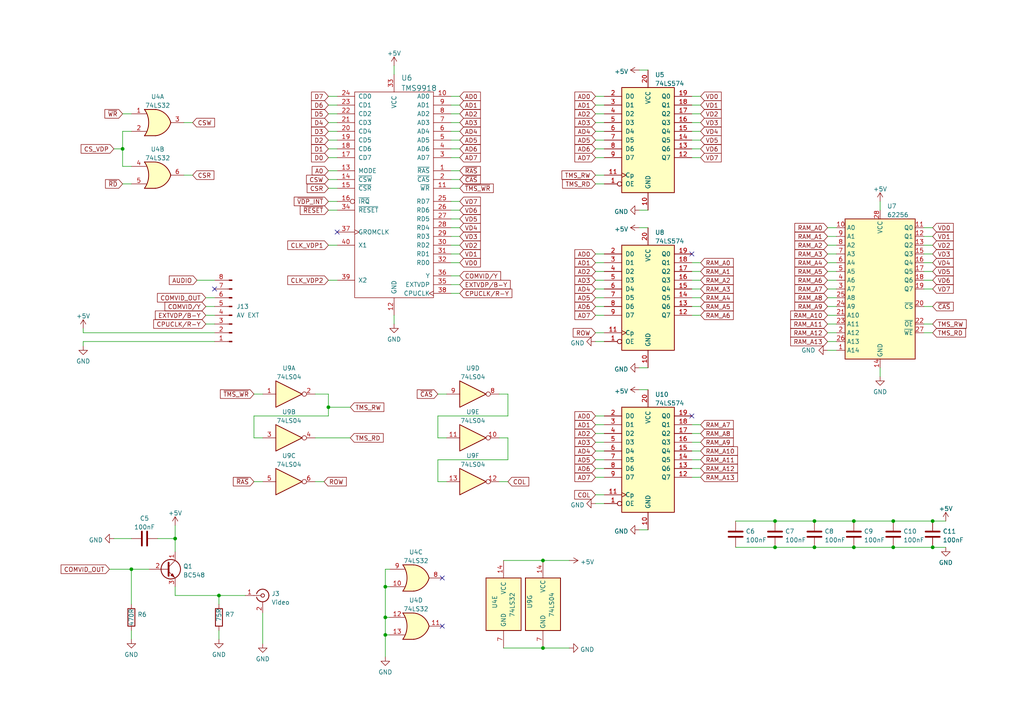
<source format=kicad_sch>
(kicad_sch (version 20250114) (generator "eeschema") (generator_version "9.0")
  (paper "A4")
  (title_block (title "JFF") (date "2025-07-16") (rev "1.1b-TMSHAT") (company "Skoti / herraa1") (comment 1 "Just for Fun - Computer"))
  (lib_symbols
    (symbol "74xx:74LS04"
      (property "Reference" "U" (at 0 1.27 0))
      (property "Value" "74LS04" (at 0 -1.27 0))
      (symbol "74LS04_1_0"
        (pin input line (at -7.62 0 0) (length 3.81) (name "~") (number "1"))
        (pin output inverted (at 7.62 0 180) (length 3.81) (name "~") (number "2"))
      )
      (symbol "74LS04_2_0"
        (pin input line (at -7.62 0 0) (length 3.81) (name "~") (number "3"))
        (pin output inverted (at 7.62 0 180) (length 3.81) (name "~") (number "4"))
      )
      (symbol "74LS04_3_0"
        (pin input line (at -7.62 0 0) (length 3.81) (name "~") (number "5"))
        (pin output inverted (at 7.62 0 180) (length 3.81) (name "~") (number "6"))
      )
      (symbol "74LS04_4_0"
        (pin input line (at -7.62 0 0) (length 3.81) (name "~") (number "9"))
        (pin output inverted (at 7.62 0 180) (length 3.81) (name "~") (number "8"))
      )
      (symbol "74LS04_5_0"
        (pin input line (at -7.62 0 0) (length 3.81) (name "~") (number "11"))
        (pin output inverted (at 7.62 0 180) (length 3.81) (name "~") (number "10"))
      )
      (symbol "74LS04_6_0"
        (pin input line (at -7.62 0 0) (length 3.81) (name "~") (number "13"))
        (pin output inverted (at 7.62 0 180) (length 3.81) (name "~") (number "12"))
      )
      (symbol "74LS04_7_0"
        (pin power_in line (at 0 12.7 270) (length 5.08) (name "VCC") (number "14"))
        (pin power_in line (at 0 -12.7 90) (length 5.08) (name "GND") (number "7"))
      )
    )
    (symbol "74xx:74LS32" (pin_names (offset 1.016))
      (property "Reference" "U" (at 0 1.27 0))
      (property "Value" "74LS32" (at 0 -1.27 0))
      (symbol "74LS32_1_1"
        (pin input line (at -7.62 2.54 0) (length 4.318) (name "~") (number "1"))
        (pin input line (at -7.62 -2.54 0) (length 4.318) (name "~") (number "2"))
        (pin output line (at 7.62 0 180) (length 3.81) (name "~") (number "3"))
      )
      (symbol "74LS32_1_2"
        (pin input inverted (at -7.62 2.54 0) (length 3.81) (name "~") (number "1"))
        (pin input inverted (at -7.62 -2.54 0) (length 3.81) (name "~") (number "2"))
        (pin output inverted (at 7.62 0 180) (length 3.81) (name "~") (number "3"))
      )
      (symbol "74LS32_2_1"
        (pin input line (at -7.62 2.54 0) (length 4.318) (name "~") (number "4"))
        (pin input line (at -7.62 -2.54 0) (length 4.318) (name "~") (number "5"))
        (pin output line (at 7.62 0 180) (length 3.81) (name "~") (number "6"))
      )
      (symbol "74LS32_2_2"
        (pin input inverted (at -7.62 2.54 0) (length 3.81) (name "~") (number "4"))
        (pin input inverted (at -7.62 -2.54 0) (length 3.81) (name "~") (number "5"))
        (pin output inverted (at 7.62 0 180) (length 3.81) (name "~") (number "6"))
      )
      (symbol "74LS32_3_1"
        (pin input line (at -7.62 2.54 0) (length 4.318) (name "~") (number "9"))
        (pin input line (at -7.62 -2.54 0) (length 4.318) (name "~") (number "10"))
        (pin output line (at 7.62 0 180) (length 3.81) (name "~") (number "8"))
      )
      (symbol "74LS32_3_2"
        (pin input inverted (at -7.62 2.54 0) (length 3.81) (name "~") (number "9"))
        (pin input inverted (at -7.62 -2.54 0) (length 3.81) (name "~") (number "10"))
        (pin output inverted (at 7.62 0 180) (length 3.81) (name "~") (number "8"))
      )
      (symbol "74LS32_4_1"
        (pin input line (at -7.62 2.54 0) (length 4.318) (name "~") (number "12"))
        (pin input line (at -7.62 -2.54 0) (length 4.318) (name "~") (number "13"))
        (pin output line (at 7.62 0 180) (length 3.81) (name "~") (number "11"))
      )
      (symbol "74LS32_4_2"
        (pin input inverted (at -7.62 2.54 0) (length 3.81) (name "~") (number "12"))
        (pin input inverted (at -7.62 -2.54 0) (length 3.81) (name "~") (number "13"))
        (pin output inverted (at 7.62 0 180) (length 3.81) (name "~") (number "11"))
      )
      (symbol "74LS32_5_0"
        (pin power_in line (at 0 12.7 270) (length 5.08) (name "VCC") (number "14"))
        (pin power_in line (at 0 -12.7 90) (length 5.08) (name "GND") (number "7"))
      )
    )
    (symbol "74xx:74LS574" (pin_names (offset 1.016))
      (property "Reference" "U" (at -7.62 16.51 0))
      (property "Value" "74LS574" (at -7.62 -16.51 0))
      (symbol "74LS574_1_0"
        (pin input line (at -12.7 12.7 0) (length 5.08) (name "D0") (number "2"))
        (pin input line (at -12.7 10.16 0) (length 5.08) (name "D1") (number "3"))
        (pin input line (at -12.7 7.62 0) (length 5.08) (name "D2") (number "4"))
        (pin input line (at -12.7 5.08 0) (length 5.08) (name "D3") (number "5"))
        (pin input line (at -12.7 2.54 0) (length 5.08) (name "D4") (number "6"))
        (pin input line (at -12.7 0 0) (length 5.08) (name "D5") (number "7"))
        (pin input line (at -12.7 -2.54 0) (length 5.08) (name "D6") (number "8"))
        (pin input line (at -12.7 -5.08 0) (length 5.08) (name "D7") (number "9"))
        (pin input clock (at -12.7 -10.16 0) (length 5.08) (name "Cp") (number "11"))
        (pin input inverted (at -12.7 -12.7 0) (length 5.08) (name "OE") (number "1"))
        (pin power_in line (at 0 20.32 270) (length 5.08) (name "VCC") (number "20"))
        (pin power_in line (at 0 -20.32 90) (length 5.08) (name "GND") (number "10"))
        (pin tri_state line (at 12.7 12.7 180) (length 5.08) (name "Q0") (number "19"))
        (pin tri_state line (at 12.7 10.16 180) (length 5.08) (name "Q1") (number "18"))
        (pin tri_state line (at 12.7 7.62 180) (length 5.08) (name "Q2") (number "17"))
        (pin tri_state line (at 12.7 5.08 180) (length 5.08) (name "Q3") (number "16"))
        (pin tri_state line (at 12.7 2.54 180) (length 5.08) (name "Q4") (number "15"))
        (pin tri_state line (at 12.7 0 180) (length 5.08) (name "Q5") (number "14"))
        (pin tri_state line (at 12.7 -2.54 180) (length 5.08) (name "Q6") (number "13"))
        (pin tri_state line (at 12.7 -5.08 180) (length 5.08) (name "Q7") (number "12"))
      )
    )
    (symbol "Connector:Conn_01x08_Pin" (pin_names (offset 1.016) (hide yes))
      (property "Reference" "J" (at 0 10.16 0))
      (property "Value" "Conn_01x08_Pin" (at 0 -12.7 0))
      (symbol "Conn_01x08_Pin_1_1"
        (pin passive line (at 5.08 7.62 180) (length 3.81) (name "Pin_1") (number "1"))
        (pin passive line (at 5.08 5.08 180) (length 3.81) (name "Pin_2") (number "2"))
        (pin passive line (at 5.08 2.54 180) (length 3.81) (name "Pin_3") (number "3"))
        (pin passive line (at 5.08 0 180) (length 3.81) (name "Pin_4") (number "4"))
        (pin passive line (at 5.08 -2.54 180) (length 3.81) (name "Pin_5") (number "5"))
        (pin passive line (at 5.08 -5.08 180) (length 3.81) (name "Pin_6") (number "6"))
        (pin passive line (at 5.08 -7.62 180) (length 3.81) (name "Pin_7") (number "7"))
        (pin passive line (at 5.08 -10.16 180) (length 3.81) (name "Pin_8") (number "8"))
      )
    )
    (symbol "Connector:Conn_Coaxial" (pin_names (offset 1.016) (hide yes))
      (property "Reference" "J" (at 0.254 3.048 0))
      (property "Value" "Conn_Coaxial" (at 2.921 0 90))
      (symbol "Conn_Coaxial_1_1"
        (pin passive line (at -5.08 0 0) (length 2.54) (name "In") (number "1"))
        (pin passive line (at 0 -5.08 90) (length 2.54) (name "Ext") (number "2"))
      )
    )
    (symbol "Device:C" (pin_numbers (hide yes)) (pin_names (offset 0.254))
      (property "Reference" "C" (at 0.635 2.54 0))
      (property "Value" "C" (at 0.635 -2.54 0))
      (symbol "C_1_1"
        (pin passive line (at 0 3.81 270) (length 2.794) (name "~") (number "1"))
        (pin passive line (at 0 -3.81 90) (length 2.794) (name "~") (number "2"))
      )
    )
    (symbol "Device:R" (pin_numbers (hide yes)) (pin_names (offset 0))
      (property "Reference" "R" (at 2.032 0 90))
      (property "Value" "R" (at 0 0 90))
      (symbol "R_1_1"
        (pin passive line (at 0 3.81 270) (length 1.27) (name "~") (number "1"))
        (pin passive line (at 0 -3.81 90) (length 1.27) (name "~") (number "2"))
      )
    )
    (symbol "Memory_RAM:CY62256-70PC"
      (property "Reference" "U" (at -10.16 20.955 0))
      (property "Value" "CY62256-70PC" (at 2.54 20.955 0))
      (symbol "CY62256-70PC_0_0"
        (pin power_in line (at 0 22.86 270) (length 2.54) (name "VCC") (number "28"))
        (pin power_in line (at 0 -22.86 90) (length 2.54) (name "GND") (number "14"))
      )
      (symbol "CY62256-70PC_1_1"
        (pin input line (at -12.7 17.78 0) (length 2.54) (name "A0") (number "10"))
        (pin input line (at -12.7 15.24 0) (length 2.54) (name "A1") (number "9"))
        (pin input line (at -12.7 12.7 0) (length 2.54) (name "A2") (number "8"))
        (pin input line (at -12.7 10.16 0) (length 2.54) (name "A3") (number "7"))
        (pin input line (at -12.7 7.62 0) (length 2.54) (name "A4") (number "6"))
        (pin input line (at -12.7 5.08 0) (length 2.54) (name "A5") (number "5"))
        (pin input line (at -12.7 2.54 0) (length 2.54) (name "A6") (number "4"))
        (pin input line (at -12.7 0 0) (length 2.54) (name "A7") (number "3"))
        (pin input line (at -12.7 -2.54 0) (length 2.54) (name "A8") (number "25"))
        (pin input line (at -12.7 -5.08 0) (length 2.54) (name "A9") (number "24"))
        (pin input line (at -12.7 -7.62 0) (length 2.54) (name "A10") (number "21"))
        (pin input line (at -12.7 -10.16 0) (length 2.54) (name "A11") (number "23"))
        (pin input line (at -12.7 -12.7 0) (length 2.54) (name "A12") (number "2"))
        (pin input line (at -12.7 -15.24 0) (length 2.54) (name "A13") (number "26"))
        (pin input line (at -12.7 -17.78 0) (length 2.54) (name "A14") (number "1"))
        (pin tri_state line (at 12.7 17.78 180) (length 2.54) (name "Q0") (number "11"))
        (pin tri_state line (at 12.7 15.24 180) (length 2.54) (name "Q1") (number "12"))
        (pin tri_state line (at 12.7 12.7 180) (length 2.54) (name "Q2") (number "13"))
        (pin tri_state line (at 12.7 10.16 180) (length 2.54) (name "Q3") (number "15"))
        (pin tri_state line (at 12.7 7.62 180) (length 2.54) (name "Q4") (number "16"))
        (pin tri_state line (at 12.7 5.08 180) (length 2.54) (name "Q5") (number "17"))
        (pin tri_state line (at 12.7 2.54 180) (length 2.54) (name "Q6") (number "18"))
        (pin tri_state line (at 12.7 0 180) (length 2.54) (name "Q7") (number "19"))
        (pin input line (at 12.7 -5.08 180) (length 2.54) (name "~{CS}") (number "20"))
        (pin input line (at 12.7 -10.16 180) (length 2.54) (name "~{OE}") (number "22"))
        (pin input line (at 12.7 -12.7 180) (length 2.54) (name "~{WE}") (number "27"))
      )
    )
    (symbol "Transistor_BJT:BC548" (pin_names (offset 0) (hide yes))
      (property "Reference" "Q" (at 5.08 1.905 0))
      (property "Value" "BC548" (at 5.08 0 0))
      (symbol "BC548_1_1"
        (pin input line (at -5.08 0 0) (length 5.08) (name "B") (number "2"))
        (pin passive line (at 2.54 5.08 270) (length 2.54) (name "C") (number "1"))
        (pin passive line (at 2.54 -5.08 90) (length 2.54) (name "E") (number "3"))
      )
    )
    (symbol "jff:TMS9918" (pin_names (offset 1.016))
      (property "Reference" "U?" (at -8.89 35.56 0))
      (property "Value" "TMS9918" (at 7.62 35.56 0))
      (symbol "TMS9918_1_1"
        (pin input line (at -16.51 31.75 0) (length 5.08) (name "CD0") (number "24"))
        (pin input line (at -16.51 29.21 0) (length 5.08) (name "CD1") (number "23"))
        (pin input line (at -16.51 26.67 0) (length 5.08) (name "CD2") (number "22"))
        (pin input line (at -16.51 24.13 0) (length 5.08) (name "CD3") (number "21"))
        (pin input line (at -16.51 21.59 0) (length 5.08) (name "CD4") (number "20"))
        (pin input line (at -16.51 19.05 0) (length 5.08) (name "CD5") (number "19"))
        (pin input line (at -16.51 16.51 0) (length 5.08) (name "CD6") (number "18"))
        (pin input line (at -16.51 13.97 0) (length 5.08) (name "CD7") (number "17"))
        (pin input line (at -16.51 10.16 0) (length 5.08) (name "MODE") (number "13"))
        (pin input line (at -16.51 7.62 0) (length 5.08) (name "~{CSW}") (number "14"))
        (pin input line (at -16.51 5.08 0) (length 5.08) (name "~{CSR}") (number "15"))
        (pin output inverted (at -16.51 1.27 0) (length 5.08) (name "~{IRQ}") (number "16"))
        (pin input line (at -16.51 -1.27 0) (length 5.08) (name "~{RESET}") (number "34"))
        (pin output clock (at -16.51 -7.62 0) (length 5.08) (name "GROMCLK") (number "37"))
        (pin input line (at -16.51 -11.43 0) (length 5.08) (name "X1") (number "40"))
        (pin input line (at -16.51 -21.59 0) (length 5.08) (name "X2") (number "39"))
        (pin power_in line (at 0 38.1 270) (length 5.08) (name "VCC") (number "33"))
        (pin power_in line (at 0 -31.75 90) (length 5.08) (name "GND") (number "12"))
        (pin output line (at 16.51 31.75 180) (length 5.08) (name "AD0") (number "10"))
        (pin output line (at 16.51 29.21 180) (length 5.08) (name "AD1") (number "9"))
        (pin output line (at 16.51 26.67 180) (length 5.08) (name "AD2") (number "8"))
        (pin output line (at 16.51 24.13 180) (length 5.08) (name "AD3") (number "7"))
        (pin output line (at 16.51 21.59 180) (length 5.08) (name "AD4") (number "6"))
        (pin output line (at 16.51 19.05 180) (length 5.08) (name "AD5") (number "5"))
        (pin output line (at 16.51 16.51 180) (length 5.08) (name "AD6") (number "4"))
        (pin output line (at 16.51 13.97 180) (length 5.08) (name "AD7") (number "3"))
        (pin output line (at 16.51 10.16 180) (length 5.08) (name "~{RAS}") (number "1"))
        (pin output line (at 16.51 7.62 180) (length 5.08) (name "~{CAS}") (number "2"))
        (pin output line (at 16.51 5.08 180) (length 5.08) (name "~{WR}") (number "11"))
        (pin input line (at 16.51 1.27 180) (length 5.08) (name "RD7") (number "25"))
        (pin input line (at 16.51 -1.27 180) (length 5.08) (name "RD6") (number "26"))
        (pin input line (at 16.51 -3.81 180) (length 5.08) (name "RD5") (number "27"))
        (pin input line (at 16.51 -6.35 180) (length 5.08) (name "RD4") (number "28"))
        (pin input line (at 16.51 -8.89 180) (length 5.08) (name "RD3") (number "29"))
        (pin input line (at 16.51 -11.43 180) (length 5.08) (name "RD2") (number "30"))
        (pin input line (at 16.51 -13.97 180) (length 5.08) (name "RD1") (number "31"))
        (pin input line (at 16.51 -16.51 180) (length 5.08) (name "RD0") (number "32"))
        (pin output line (at 16.51 -20.32 180) (length 5.08) (name "Y") (number "36"))
        (pin input line (at 16.51 -22.86 180) (length 5.08) (name "EXTVDP") (number "35"))
        (pin output clock (at 16.51 -25.4 180) (length 5.08) (name "CPUCLK") (number "38"))
      )
    )
    (symbol "power:+5V" (power) (pin_names (offset 0))
      (property "Value" "+5V" (at 0 3.556 0))
      (symbol "+5V_1_1"
        (pin power_in line (at 0 0 90) (length 0) (hide yes) (name "+5V") (number "1"))
      )
    )
    (symbol "power:GND" (power) (pin_names (offset 0))
      (property "Value" "GND" (at 0 -3.81 0))
      (symbol "GND_1_1"
        (pin power_in line (at 0 0 270) (length 0) (hide yes) (name "GND") (number "1"))
      )
    )
  )
  (junction (at 157.48 162.56))
  (junction (at 95.25 118.11))
  (junction (at 224.79 158.75))
  (junction (at 236.22 151.13))
  (junction (at 270.51 158.75))
  (junction (at 157.48 187.96))
  (junction (at 259.08 151.13))
  (junction (at 224.79 151.13))
  (junction (at 247.65 158.75))
  (junction (at 247.65 151.13))
  (junction (at 111.76 184.15))
  (junction (at 63.5 172.72))
  (junction (at 259.08 158.75))
  (junction (at 270.51 151.13))
  (junction (at 236.22 158.75))
  (junction (at 35.56 43.18))
  (junction (at 111.76 170.18))
  (junction (at 111.76 179.07))
  (junction (at 38.1 165.1))
  (junction (at 50.8 156.21))
  (no_connect (at 97.79 67.31))
  (no_connect (at 62.23 83.82))
  (no_connect (at 128.27 167.64))
  (no_connect (at 128.27 181.61))
  (no_connect (at 200.66 73.66))
  (no_connect (at 200.66 120.65))
  (wire (pts (xy 95.25 71.12) (xy 97.79 71.12)))
  (wire (pts (xy 57.15 81.28) (xy 62.23 81.28)))
  (wire (pts (xy 38.1 165.1) (xy 38.1 175.26)))
  (wire (pts (xy 200.66 91.44) (xy 203.2 91.44)))
  (wire (pts (xy 130.81 40.64) (xy 133.35 40.64)))
  (wire (pts (xy 95.25 118.11) (xy 101.6 118.11)))
  (wire (pts (xy 200.66 83.82) (xy 203.2 83.82)))
  (wire (pts (xy 73.66 120.65) (xy 73.66 127)))
  (wire (pts (xy 267.97 88.9) (xy 270.51 88.9)))
  (wire (pts (xy 114.3 91.44) (xy 114.3 93.98)))
  (wire (pts (xy 224.79 158.75) (xy 236.22 158.75)))
  (wire (pts (xy 127 120.65) (xy 127 127)))
  (wire (pts (xy 130.81 35.56) (xy 133.35 35.56)))
  (wire (pts (xy 200.66 43.18) (xy 203.2 43.18)))
  (wire (pts (xy 130.81 73.66) (xy 133.35 73.66)))
  (wire (pts (xy 247.65 151.13) (xy 259.08 151.13)))
  (wire (pts (xy 130.81 45.72) (xy 133.35 45.72)))
  (wire (pts (xy 147.32 120.65) (xy 127 120.65)))
  (wire (pts (xy 130.81 30.48) (xy 133.35 30.48)))
  (wire (pts (xy 185.42 153.67) (xy 187.96 153.67)))
  (wire (pts (xy 172.72 53.34) (xy 175.26 53.34)))
  (wire (pts (xy 200.66 38.1) (xy 203.2 38.1)))
  (wire (pts (xy 24.13 99.06) (xy 24.13 100.33)))
  (wire (pts (xy 240.03 86.36) (xy 242.57 86.36)))
  (wire (pts (xy 267.97 66.04) (xy 270.51 66.04)))
  (wire (pts (xy 59.69 86.36) (xy 62.23 86.36)))
  (wire (pts (xy 259.08 158.75) (xy 270.51 158.75)))
  (wire (pts (xy 95.25 43.18) (xy 97.79 43.18)))
  (wire (pts (xy 130.81 54.61) (xy 133.35 54.61)))
  (wire (pts (xy 50.8 156.21) (xy 50.8 160.02)))
  (wire (pts (xy 172.72 81.28) (xy 175.26 81.28)))
  (wire (pts (xy 172.72 76.2) (xy 175.26 76.2)))
  (wire (pts (xy 172.72 73.66) (xy 175.26 73.66)))
  (wire (pts (xy 91.44 139.7) (xy 93.98 139.7)))
  (wire (pts (xy 240.03 66.04) (xy 242.57 66.04)))
  (wire (pts (xy 53.34 50.8) (xy 55.88 50.8)))
  (wire (pts (xy 127 114.3) (xy 129.54 114.3)))
  (wire (pts (xy 133.35 80.01) (xy 130.81 80.01)))
  (wire (pts (xy 33.02 156.21) (xy 38.1 156.21)))
  (wire (pts (xy 200.66 125.73) (xy 203.2 125.73)))
  (wire (pts (xy 114.3 19.05) (xy 114.3 21.59)))
  (wire (pts (xy 240.03 96.52) (xy 242.57 96.52)))
  (wire (pts (xy 172.72 27.94) (xy 175.26 27.94)))
  (wire (pts (xy 240.03 83.82) (xy 242.57 83.82)))
  (wire (pts (xy 130.81 60.96) (xy 133.35 60.96)))
  (wire (pts (xy 172.72 146.05) (xy 175.26 146.05)))
  (wire (pts (xy 45.72 156.21) (xy 50.8 156.21)))
  (wire (pts (xy 130.81 43.18) (xy 133.35 43.18)))
  (wire (pts (xy 240.03 81.28) (xy 242.57 81.28)))
  (wire (pts (xy 95.25 81.28) (xy 97.79 81.28)))
  (wire (pts (xy 95.25 118.11) (xy 95.25 120.65)))
  (wire (pts (xy 224.79 151.13) (xy 236.22 151.13)))
  (wire (pts (xy 76.2 177.8) (xy 76.2 186.69)))
  (wire (pts (xy 172.72 38.1) (xy 175.26 38.1)))
  (wire (pts (xy 240.03 73.66) (xy 242.57 73.66)))
  (wire (pts (xy 172.72 143.51) (xy 175.26 143.51)))
  (wire (pts (xy 172.72 128.27) (xy 175.26 128.27)))
  (wire (pts (xy 172.72 88.9) (xy 175.26 88.9)))
  (wire (pts (xy 267.97 81.28) (xy 270.51 81.28)))
  (wire (pts (xy 200.66 88.9) (xy 203.2 88.9)))
  (wire (pts (xy 95.25 33.02) (xy 97.79 33.02)))
  (wire (pts (xy 95.25 49.53) (xy 97.79 49.53)))
  (wire (pts (xy 240.03 71.12) (xy 242.57 71.12)))
  (wire (pts (xy 111.76 170.18) (xy 111.76 179.07)))
  (wire (pts (xy 130.81 63.5) (xy 133.35 63.5)))
  (wire (pts (xy 95.25 27.94) (xy 97.79 27.94)))
  (wire (pts (xy 130.81 71.12) (xy 133.35 71.12)))
  (wire (pts (xy 146.05 162.56) (xy 157.48 162.56)))
  (wire (pts (xy 31.75 165.1) (xy 38.1 165.1)))
  (wire (pts (xy 130.81 76.2) (xy 133.35 76.2)))
  (wire (pts (xy 267.97 78.74) (xy 270.51 78.74)))
  (wire (pts (xy 111.76 179.07) (xy 113.03 179.07)))
  (wire (pts (xy 50.8 172.72) (xy 63.5 172.72)))
  (wire (pts (xy 38.1 38.1) (xy 35.56 38.1)))
  (wire (pts (xy 95.25 58.42) (xy 97.79 58.42)))
  (wire (pts (xy 259.08 151.13) (xy 270.51 151.13)))
  (wire (pts (xy 185.42 60.96) (xy 187.96 60.96)))
  (wire (pts (xy 35.56 53.34) (xy 38.1 53.34)))
  (wire (pts (xy 240.03 88.9) (xy 242.57 88.9)))
  (wire (pts (xy 172.72 45.72) (xy 175.26 45.72)))
  (wire (pts (xy 172.72 35.56) (xy 175.26 35.56)))
  (wire (pts (xy 172.72 83.82) (xy 175.26 83.82)))
  (wire (pts (xy 63.5 172.72) (xy 71.12 172.72)))
  (wire (pts (xy 157.48 187.96) (xy 165.1 187.96)))
  (wire (pts (xy 147.32 127) (xy 147.32 133.35)))
  (wire (pts (xy 133.35 85.09) (xy 130.81 85.09)))
  (wire (pts (xy 185.42 106.68) (xy 187.96 106.68)))
  (wire (pts (xy 240.03 101.6) (xy 242.57 101.6)))
  (wire (pts (xy 200.66 78.74) (xy 203.2 78.74)))
  (wire (pts (xy 200.66 123.19) (xy 203.2 123.19)))
  (wire (pts (xy 255.27 58.42) (xy 255.27 60.96)))
  (wire (pts (xy 267.97 76.2) (xy 270.51 76.2)))
  (wire (pts (xy 91.44 114.3) (xy 95.25 114.3)))
  (wire (pts (xy 113.03 165.1) (xy 111.76 165.1)))
  (wire (pts (xy 172.72 135.89) (xy 175.26 135.89)))
  (wire (pts (xy 172.72 86.36) (xy 175.26 86.36)))
  (wire (pts (xy 255.27 106.68) (xy 255.27 109.22)))
  (wire (pts (xy 147.32 133.35) (xy 127 133.35)))
  (wire (pts (xy 200.66 86.36) (xy 203.2 86.36)))
  (wire (pts (xy 213.36 151.13) (xy 224.79 151.13)))
  (wire (pts (xy 200.66 27.94) (xy 203.2 27.94)))
  (wire (pts (xy 213.36 158.75) (xy 224.79 158.75)))
  (wire (pts (xy 127 133.35) (xy 127 139.7)))
  (wire (pts (xy 185.42 66.04) (xy 187.96 66.04)))
  (wire (pts (xy 33.02 43.18) (xy 35.56 43.18)))
  (wire (pts (xy 247.65 158.75) (xy 259.08 158.75)))
  (wire (pts (xy 240.03 93.98) (xy 242.57 93.98)))
  (wire (pts (xy 236.22 158.75) (xy 247.65 158.75)))
  (wire (pts (xy 200.66 81.28) (xy 203.2 81.28)))
  (wire (pts (xy 59.69 88.9) (xy 62.23 88.9)))
  (wire (pts (xy 267.97 68.58) (xy 270.51 68.58)))
  (wire (pts (xy 144.78 127) (xy 147.32 127)))
  (wire (pts (xy 172.72 99.06) (xy 175.26 99.06)))
  (wire (pts (xy 200.66 30.48) (xy 203.2 30.48)))
  (wire (pts (xy 130.81 33.02) (xy 133.35 33.02)))
  (wire (pts (xy 172.72 120.65) (xy 175.26 120.65)))
  (wire (pts (xy 200.66 128.27) (xy 203.2 128.27)))
  (wire (pts (xy 73.66 127) (xy 76.2 127)))
  (wire (pts (xy 95.25 35.56) (xy 97.79 35.56)))
  (wire (pts (xy 185.42 113.03) (xy 187.96 113.03)))
  (wire (pts (xy 38.1 165.1) (xy 43.18 165.1)))
  (wire (pts (xy 35.56 38.1) (xy 35.56 43.18)))
  (wire (pts (xy 144.78 114.3) (xy 147.32 114.3)))
  (wire (pts (xy 240.03 76.2) (xy 242.57 76.2)))
  (wire (pts (xy 270.51 151.13) (xy 274.32 151.13)))
  (wire (pts (xy 144.78 139.7) (xy 147.32 139.7)))
  (wire (pts (xy 50.8 152.4) (xy 50.8 156.21)))
  (wire (pts (xy 50.8 170.18) (xy 50.8 172.72)))
  (wire (pts (xy 130.81 52.07) (xy 133.35 52.07)))
  (wire (pts (xy 200.66 133.35) (xy 203.2 133.35)))
  (wire (pts (xy 111.76 170.18) (xy 113.03 170.18)))
  (wire (pts (xy 172.72 40.64) (xy 175.26 40.64)))
  (wire (pts (xy 130.81 68.58) (xy 133.35 68.58)))
  (wire (pts (xy 111.76 184.15) (xy 113.03 184.15)))
  (wire (pts (xy 200.66 138.43) (xy 203.2 138.43)))
  (wire (pts (xy 185.42 20.32) (xy 187.96 20.32)))
  (wire (pts (xy 200.66 130.81) (xy 203.2 130.81)))
  (wire (pts (xy 95.25 38.1) (xy 97.79 38.1)))
  (wire (pts (xy 200.66 45.72) (xy 203.2 45.72)))
  (wire (pts (xy 200.66 33.02) (xy 203.2 33.02)))
  (wire (pts (xy 130.81 58.42) (xy 133.35 58.42)))
  (wire (pts (xy 127 127) (xy 129.54 127)))
  (wire (pts (xy 130.81 27.94) (xy 133.35 27.94)))
  (wire (pts (xy 172.72 123.19) (xy 175.26 123.19)))
  (wire (pts (xy 270.51 158.75) (xy 274.32 158.75)))
  (wire (pts (xy 63.5 172.72) (xy 63.5 175.26)))
  (wire (pts (xy 172.72 43.18) (xy 175.26 43.18)))
  (wire (pts (xy 24.13 96.52) (xy 24.13 95.25)))
  (wire (pts (xy 130.81 38.1) (xy 133.35 38.1)))
  (wire (pts (xy 35.56 48.26) (xy 38.1 48.26)))
  (wire (pts (xy 59.69 93.98) (xy 62.23 93.98)))
  (wire (pts (xy 172.72 91.44) (xy 175.26 91.44)))
  (wire (pts (xy 95.25 45.72) (xy 97.79 45.72)))
  (wire (pts (xy 236.22 151.13) (xy 247.65 151.13)))
  (wire (pts (xy 267.97 96.52) (xy 270.51 96.52)))
  (wire (pts (xy 59.69 91.44) (xy 62.23 91.44)))
  (wire (pts (xy 91.44 127) (xy 101.6 127)))
  (wire (pts (xy 172.72 30.48) (xy 175.26 30.48)))
  (wire (pts (xy 63.5 182.88) (xy 63.5 185.42)))
  (wire (pts (xy 73.66 139.7) (xy 76.2 139.7)))
  (wire (pts (xy 95.25 54.61) (xy 97.79 54.61)))
  (wire (pts (xy 24.13 96.52) (xy 62.23 96.52)))
  (wire (pts (xy 24.13 99.06) (xy 62.23 99.06)))
  (wire (pts (xy 133.35 82.55) (xy 130.81 82.55)))
  (wire (pts (xy 240.03 99.06) (xy 242.57 99.06)))
  (wire (pts (xy 200.66 40.64) (xy 203.2 40.64)))
  (wire (pts (xy 157.48 162.56) (xy 165.1 162.56)))
  (wire (pts (xy 95.25 114.3) (xy 95.25 118.11)))
  (wire (pts (xy 38.1 182.88) (xy 38.1 185.42)))
  (wire (pts (xy 200.66 135.89) (xy 203.2 135.89)))
  (wire (pts (xy 267.97 71.12) (xy 270.51 71.12)))
  (wire (pts (xy 172.72 125.73) (xy 175.26 125.73)))
  (wire (pts (xy 73.66 114.3) (xy 76.2 114.3)))
  (wire (pts (xy 35.56 33.02) (xy 38.1 33.02)))
  (wire (pts (xy 240.03 78.74) (xy 242.57 78.74)))
  (wire (pts (xy 95.25 60.96) (xy 97.79 60.96)))
  (wire (pts (xy 95.25 120.65) (xy 73.66 120.65)))
  (wire (pts (xy 130.81 49.53) (xy 133.35 49.53)))
  (wire (pts (xy 200.66 76.2) (xy 203.2 76.2)))
  (wire (pts (xy 172.72 50.8) (xy 175.26 50.8)))
  (wire (pts (xy 267.97 93.98) (xy 270.51 93.98)))
  (wire (pts (xy 35.56 43.18) (xy 35.56 48.26)))
  (wire (pts (xy 172.72 96.52) (xy 175.26 96.52)))
  (wire (pts (xy 95.25 30.48) (xy 97.79 30.48)))
  (wire (pts (xy 111.76 165.1) (xy 111.76 170.18)))
  (wire (pts (xy 127 139.7) (xy 129.54 139.7)))
  (wire (pts (xy 172.72 130.81) (xy 175.26 130.81)))
  (wire (pts (xy 147.32 114.3) (xy 147.32 120.65)))
  (wire (pts (xy 130.81 66.04) (xy 133.35 66.04)))
  (wire (pts (xy 172.72 138.43) (xy 175.26 138.43)))
  (wire (pts (xy 53.34 35.56) (xy 55.88 35.56)))
  (wire (pts (xy 267.97 73.66) (xy 270.51 73.66)))
  (wire (pts (xy 146.05 187.96) (xy 157.48 187.96)))
  (wire (pts (xy 95.25 52.07) (xy 97.79 52.07)))
  (wire (pts (xy 200.66 35.56) (xy 203.2 35.56)))
  (wire (pts (xy 172.72 133.35) (xy 175.26 133.35)))
  (wire (pts (xy 95.25 40.64) (xy 97.79 40.64)))
  (wire (pts (xy 111.76 184.15) (xy 111.76 190.5)))
  (wire (pts (xy 172.72 78.74) (xy 175.26 78.74)))
  (wire (pts (xy 240.03 68.58) (xy 242.57 68.58)))
  (wire (pts (xy 172.72 33.02) (xy 175.26 33.02)))
  (wire (pts (xy 240.03 91.44) (xy 242.57 91.44)))
  (wire (pts (xy 111.76 179.07) (xy 111.76 184.15)))
  (wire (pts (xy 267.97 83.82) (xy 270.51 83.82)))
  (global_label "EXTVDP{slash}B-Y" (shape input) (at 133.35 82.55 0) (property "Intersheetrefs" "${INTERSHEET_REFS}" (effects (hide yes))))
  (global_label "RAM_A13" (shape input) (at 240.03 99.06 180) (property "Intersheetrefs" "${INTERSHEET_REFS}" (effects (hide yes))))
  (global_label "AD7" (shape input) (at 172.72 91.44 180) (property "Intersheetrefs" "${INTERSHEET_REFS}" (effects (hide yes))))
  (global_label "COMVID{slash}Y" (shape input) (at 133.35 80.01 0) (property "Intersheetrefs" "${INTERSHEET_REFS}" (effects (hide yes))))
  (global_label "RAM_A4" (shape input) (at 240.03 76.2 180) (property "Intersheetrefs" "${INTERSHEET_REFS}" (effects (hide yes))))
  (global_label "AD1" (shape input) (at 172.72 123.19 180) (property "Intersheetrefs" "${INTERSHEET_REFS}" (effects (hide yes))))
  (global_label "AD3" (shape input) (at 172.72 35.56 180) (property "Intersheetrefs" "${INTERSHEET_REFS}" (effects (hide yes))))
  (global_label "RAM_A6" (shape input) (at 203.2 91.44 0) (property "Intersheetrefs" "${INTERSHEET_REFS}" (effects (hide yes))))
  (global_label "VD4" (shape input) (at 133.35 66.04 0) (property "Intersheetrefs" "${INTERSHEET_REFS}" (effects (hide yes))))
  (global_label "AD6" (shape input) (at 133.35 43.18 0) (property "Intersheetrefs" "${INTERSHEET_REFS}" (effects (hide yes))))
  (global_label "TMS_RD" (shape input) (at 270.51 96.52 0) (property "Intersheetrefs" "${INTERSHEET_REFS}" (effects (hide yes))))
  (global_label "COL" (shape input) (at 147.32 139.7 0) (property "Intersheetrefs" "${INTERSHEET_REFS}" (effects (hide yes))))
  (global_label "AD0" (shape input) (at 172.72 120.65 180) (property "Intersheetrefs" "${INTERSHEET_REFS}" (effects (hide yes))))
  (global_label "RAM_A1" (shape input) (at 203.2 78.74 0) (property "Intersheetrefs" "${INTERSHEET_REFS}" (effects (hide yes))))
  (global_label "COL" (shape input) (at 172.72 143.51 180) (property "Intersheetrefs" "${INTERSHEET_REFS}" (effects (hide yes))))
  (global_label "D1" (shape input) (at 95.25 43.18 180) (property "Intersheetrefs" "${INTERSHEET_REFS}" (effects (hide yes))))
  (global_label "CLK_VDP2" (shape input) (at 95.25 81.28 180) (property "Intersheetrefs" "${INTERSHEET_REFS}" (effects (hide yes))))
  (global_label "RAM_A12" (shape input) (at 240.03 96.52 180) (property "Intersheetrefs" "${INTERSHEET_REFS}" (effects (hide yes))))
  (global_label "CS_VDP" (shape input) (at 33.02 43.18 180) (property "Intersheetrefs" "${INTERSHEET_REFS}" (effects (hide yes))))
  (global_label "AD1" (shape input) (at 172.72 30.48 180) (property "Intersheetrefs" "${INTERSHEET_REFS}" (effects (hide yes))))
  (global_label "~{WR}" (shape input) (at 35.56 33.02 180) (property "Intersheetrefs" "${INTERSHEET_REFS}" (effects (hide yes))))
  (global_label "RAM_A13" (shape input) (at 203.2 138.43 0) (property "Intersheetrefs" "${INTERSHEET_REFS}" (effects (hide yes))))
  (global_label "VD7" (shape input) (at 133.35 58.42 0) (property "Intersheetrefs" "${INTERSHEET_REFS}" (effects (hide yes))))
  (global_label "VD4" (shape input) (at 203.2 38.1 0) (property "Intersheetrefs" "${INTERSHEET_REFS}" (effects (hide yes))))
  (global_label "D6" (shape input) (at 95.25 30.48 180) (property "Intersheetrefs" "${INTERSHEET_REFS}" (effects (hide yes))))
  (global_label "AD0" (shape input) (at 172.72 73.66 180) (property "Intersheetrefs" "${INTERSHEET_REFS}" (effects (hide yes))))
  (global_label "VD3" (shape input) (at 203.2 35.56 0) (property "Intersheetrefs" "${INTERSHEET_REFS}" (effects (hide yes))))
  (global_label "AD4" (shape input) (at 172.72 38.1 180) (property "Intersheetrefs" "${INTERSHEET_REFS}" (effects (hide yes))))
  (global_label "~{TMS_WR}" (shape input) (at 133.35 54.61 0) (property "Intersheetrefs" "${INTERSHEET_REFS}" (effects (hide yes))))
  (global_label "D0" (shape input) (at 95.25 45.72 180) (property "Intersheetrefs" "${INTERSHEET_REFS}" (effects (hide yes))))
  (global_label "COMVID_OUT" (shape input) (at 59.69 86.36 180) (property "Intersheetrefs" "${INTERSHEET_REFS}" (effects (hide yes))))
  (global_label "VD0" (shape input) (at 203.2 27.94 0) (property "Intersheetrefs" "${INTERSHEET_REFS}" (effects (hide yes))))
  (global_label "AD1" (shape input) (at 172.72 76.2 180) (property "Intersheetrefs" "${INTERSHEET_REFS}" (effects (hide yes))))
  (global_label "AD0" (shape input) (at 172.72 27.94 180) (property "Intersheetrefs" "${INTERSHEET_REFS}" (effects (hide yes))))
  (global_label "RAM_A1" (shape input) (at 240.03 68.58 180) (property "Intersheetrefs" "${INTERSHEET_REFS}" (effects (hide yes))))
  (global_label "VD5" (shape input) (at 133.35 63.5 0) (property "Intersheetrefs" "${INTERSHEET_REFS}" (effects (hide yes))))
  (global_label "AD3" (shape input) (at 172.72 128.27 180) (property "Intersheetrefs" "${INTERSHEET_REFS}" (effects (hide yes))))
  (global_label "CSR" (shape input) (at 95.25 54.61 180) (property "Intersheetrefs" "${INTERSHEET_REFS}" (effects (hide yes))))
  (global_label "RAM_A5" (shape input) (at 203.2 88.9 0) (property "Intersheetrefs" "${INTERSHEET_REFS}" (effects (hide yes))))
  (global_label "RAM_A3" (shape input) (at 240.03 73.66 180) (property "Intersheetrefs" "${INTERSHEET_REFS}" (effects (hide yes))))
  (global_label "RAM_A12" (shape input) (at 203.2 135.89 0) (property "Intersheetrefs" "${INTERSHEET_REFS}" (effects (hide yes))))
  (global_label "RAM_A9" (shape input) (at 203.2 128.27 0) (property "Intersheetrefs" "${INTERSHEET_REFS}" (effects (hide yes))))
  (global_label "~{RESET}" (shape input) (at 95.25 60.96 180) (property "Intersheetrefs" "${INTERSHEET_REFS}" (effects (hide yes))))
  (global_label "COMVID{slash}Y" (shape input) (at 59.69 88.9 180) (property "Intersheetrefs" "${INTERSHEET_REFS}" (effects (hide yes))))
  (global_label "TMS_RW" (shape input) (at 172.72 50.8 180) (property "Intersheetrefs" "${INTERSHEET_REFS}" (effects (hide yes))))
  (global_label "COMVID_OUT" (shape input) (at 31.75 165.1 180) (property "Intersheetrefs" "${INTERSHEET_REFS}" (effects (hide yes))))
  (global_label "AD3" (shape input) (at 172.72 81.28 180) (property "Intersheetrefs" "${INTERSHEET_REFS}" (effects (hide yes))))
  (global_label "TMS_RD" (shape input) (at 101.6 127 0) (property "Intersheetrefs" "${INTERSHEET_REFS}" (effects (hide yes))))
  (global_label "AD2" (shape input) (at 172.72 78.74 180) (property "Intersheetrefs" "${INTERSHEET_REFS}" (effects (hide yes))))
  (global_label "RAM_A10" (shape input) (at 203.2 130.81 0) (property "Intersheetrefs" "${INTERSHEET_REFS}" (effects (hide yes))))
  (global_label "TMS_RD" (shape input) (at 172.72 53.34 180) (property "Intersheetrefs" "${INTERSHEET_REFS}" (effects (hide yes))))
  (global_label "VD1" (shape input) (at 270.51 68.58 0) (property "Intersheetrefs" "${INTERSHEET_REFS}" (effects (hide yes))))
  (global_label "RAM_A11" (shape input) (at 203.2 133.35 0) (property "Intersheetrefs" "${INTERSHEET_REFS}" (effects (hide yes))))
  (global_label "CSR" (shape input) (at 55.88 50.8 0) (property "Intersheetrefs" "${INTERSHEET_REFS}" (effects (hide yes))))
  (global_label "CPUCLK{slash}R-Y" (shape input) (at 133.35 85.09 0) (property "Intersheetrefs" "${INTERSHEET_REFS}" (effects (hide yes))))
  (global_label "AD7" (shape input) (at 133.35 45.72 0) (property "Intersheetrefs" "${INTERSHEET_REFS}" (effects (hide yes))))
  (global_label "TMS_RW" (shape input) (at 101.6 118.11 0) (property "Intersheetrefs" "${INTERSHEET_REFS}" (effects (hide yes))))
  (global_label "VD3" (shape input) (at 270.51 73.66 0) (property "Intersheetrefs" "${INTERSHEET_REFS}" (effects (hide yes))))
  (global_label "VD7" (shape input) (at 203.2 45.72 0) (property "Intersheetrefs" "${INTERSHEET_REFS}" (effects (hide yes))))
  (global_label "D4" (shape input) (at 95.25 35.56 180) (property "Intersheetrefs" "${INTERSHEET_REFS}" (effects (hide yes))))
  (global_label "~{RAS}" (shape input) (at 73.66 139.7 180) (property "Intersheetrefs" "${INTERSHEET_REFS}" (effects (hide yes))))
  (global_label "~{TMS_WR}" (shape input) (at 73.66 114.3 180) (property "Intersheetrefs" "${INTERSHEET_REFS}" (effects (hide yes))))
  (global_label "~{VDP_INT}" (shape input) (at 95.25 58.42 180) (property "Intersheetrefs" "${INTERSHEET_REFS}" (effects (hide yes))))
  (global_label "AD5" (shape input) (at 172.72 86.36 180) (property "Intersheetrefs" "${INTERSHEET_REFS}" (effects (hide yes))))
  (global_label "AD6" (shape input) (at 172.72 43.18 180) (property "Intersheetrefs" "${INTERSHEET_REFS}" (effects (hide yes))))
  (global_label "VD5" (shape input) (at 270.51 78.74 0) (property "Intersheetrefs" "${INTERSHEET_REFS}" (effects (hide yes))))
  (global_label "ROW" (shape input) (at 93.98 139.7 0) (property "Intersheetrefs" "${INTERSHEET_REFS}" (effects (hide yes))))
  (global_label "AD6" (shape input) (at 172.72 88.9 180) (property "Intersheetrefs" "${INTERSHEET_REFS}" (effects (hide yes))))
  (global_label "VD6" (shape input) (at 270.51 81.28 0) (property "Intersheetrefs" "${INTERSHEET_REFS}" (effects (hide yes))))
  (global_label "D2" (shape input) (at 95.25 40.64 180) (property "Intersheetrefs" "${INTERSHEET_REFS}" (effects (hide yes))))
  (global_label "AD5" (shape input) (at 172.72 133.35 180) (property "Intersheetrefs" "${INTERSHEET_REFS}" (effects (hide yes))))
  (global_label "RAM_A7" (shape input) (at 203.2 123.19 0) (property "Intersheetrefs" "${INTERSHEET_REFS}" (effects (hide yes))))
  (global_label "D5" (shape input) (at 95.25 33.02 180) (property "Intersheetrefs" "${INTERSHEET_REFS}" (effects (hide yes))))
  (global_label "CSW" (shape input) (at 95.25 52.07 180) (property "Intersheetrefs" "${INTERSHEET_REFS}" (effects (hide yes))))
  (global_label "RAM_A2" (shape input) (at 240.03 71.12 180) (property "Intersheetrefs" "${INTERSHEET_REFS}" (effects (hide yes))))
  (global_label "AUDIO" (shape input) (at 57.15 81.28 180) (property "Intersheetrefs" "${INTERSHEET_REFS}" (effects (hide yes))))
  (global_label "VD6" (shape input) (at 133.35 60.96 0) (property "Intersheetrefs" "${INTERSHEET_REFS}" (effects (hide yes))))
  (global_label "AD0" (shape input) (at 133.35 27.94 0) (property "Intersheetrefs" "${INTERSHEET_REFS}" (effects (hide yes))))
  (global_label "RAM_A8" (shape input) (at 203.2 125.73 0) (property "Intersheetrefs" "${INTERSHEET_REFS}" (effects (hide yes))))
  (global_label "VD1" (shape input) (at 203.2 30.48 0) (property "Intersheetrefs" "${INTERSHEET_REFS}" (effects (hide yes))))
  (global_label "A0" (shape input) (at 95.25 49.53 180) (property "Intersheetrefs" "${INTERSHEET_REFS}" (effects (hide yes))))
  (global_label "RAM_A3" (shape input) (at 203.2 83.82 0) (property "Intersheetrefs" "${INTERSHEET_REFS}" (effects (hide yes))))
  (global_label "VD6" (shape input) (at 203.2 43.18 0) (property "Intersheetrefs" "${INTERSHEET_REFS}" (effects (hide yes))))
  (global_label "~{CAS}" (shape input) (at 270.51 88.9 0) (property "Intersheetrefs" "${INTERSHEET_REFS}" (effects (hide yes))))
  (global_label "VD0" (shape input) (at 270.51 66.04 0) (property "Intersheetrefs" "${INTERSHEET_REFS}" (effects (hide yes))))
  (global_label "AD3" (shape input) (at 133.35 35.56 0) (property "Intersheetrefs" "${INTERSHEET_REFS}" (effects (hide yes))))
  (global_label "CPUCLK{slash}R-Y" (shape input) (at 59.69 93.98 180) (property "Intersheetrefs" "${INTERSHEET_REFS}" (effects (hide yes))))
  (global_label "RAM_A6" (shape input) (at 240.03 81.28 180) (property "Intersheetrefs" "${INTERSHEET_REFS}" (effects (hide yes))))
  (global_label "RAM_A0" (shape input) (at 203.2 76.2 0) (property "Intersheetrefs" "${INTERSHEET_REFS}" (effects (hide yes))))
  (global_label "AD4" (shape input) (at 172.72 83.82 180) (property "Intersheetrefs" "${INTERSHEET_REFS}" (effects (hide yes))))
  (global_label "VD2" (shape input) (at 133.35 71.12 0) (property "Intersheetrefs" "${INTERSHEET_REFS}" (effects (hide yes))))
  (global_label "VD0" (shape input) (at 133.35 76.2 0) (property "Intersheetrefs" "${INTERSHEET_REFS}" (effects (hide yes))))
  (global_label "AD7" (shape input) (at 172.72 138.43 180) (property "Intersheetrefs" "${INTERSHEET_REFS}" (effects (hide yes))))
  (global_label "EXTVDP{slash}B-Y" (shape input) (at 59.69 91.44 180) (property "Intersheetrefs" "${INTERSHEET_REFS}" (effects (hide yes))))
  (global_label "AD1" (shape input) (at 133.35 30.48 0) (property "Intersheetrefs" "${INTERSHEET_REFS}" (effects (hide yes))))
  (global_label "VD1" (shape input) (at 133.35 73.66 0) (property "Intersheetrefs" "${INTERSHEET_REFS}" (effects (hide yes))))
  (global_label "VD3" (shape input) (at 133.35 68.58 0) (property "Intersheetrefs" "${INTERSHEET_REFS}" (effects (hide yes))))
  (global_label "~{CAS}" (shape input) (at 127 114.3 180) (property "Intersheetrefs" "${INTERSHEET_REFS}" (effects (hide yes))))
  (global_label "RAM_A10" (shape input) (at 240.03 91.44 180) (property "Intersheetrefs" "${INTERSHEET_REFS}" (effects (hide yes))))
  (global_label "AD4" (shape input) (at 133.35 38.1 0) (property "Intersheetrefs" "${INTERSHEET_REFS}" (effects (hide yes))))
  (global_label "RAM_A2" (shape input) (at 203.2 81.28 0) (property "Intersheetrefs" "${INTERSHEET_REFS}" (effects (hide yes))))
  (global_label "AD5" (shape input) (at 172.72 40.64 180) (property "Intersheetrefs" "${INTERSHEET_REFS}" (effects (hide yes))))
  (global_label "AD2" (shape input) (at 172.72 33.02 180) (property "Intersheetrefs" "${INTERSHEET_REFS}" (effects (hide yes))))
  (global_label "VD2" (shape input) (at 270.51 71.12 0) (property "Intersheetrefs" "${INTERSHEET_REFS}" (effects (hide yes))))
  (global_label "AD2" (shape input) (at 133.35 33.02 0) (property "Intersheetrefs" "${INTERSHEET_REFS}" (effects (hide yes))))
  (global_label "RAM_A8" (shape input) (at 240.03 86.36 180) (property "Intersheetrefs" "${INTERSHEET_REFS}" (effects (hide yes))))
  (global_label "TMS_RW" (shape input) (at 270.51 93.98 0) (property "Intersheetrefs" "${INTERSHEET_REFS}" (effects (hide yes))))
  (global_label "VD4" (shape input) (at 270.51 76.2 0) (property "Intersheetrefs" "${INTERSHEET_REFS}" (effects (hide yes))))
  (global_label "~{RD}" (shape input) (at 35.56 53.34 180) (property "Intersheetrefs" "${INTERSHEET_REFS}" (effects (hide yes))))
  (global_label "AD2" (shape input) (at 172.72 125.73 180) (property "Intersheetrefs" "${INTERSHEET_REFS}" (effects (hide yes))))
  (global_label "VD5" (shape input) (at 203.2 40.64 0) (property "Intersheetrefs" "${INTERSHEET_REFS}" (effects (hide yes))))
  (global_label "AD7" (shape input) (at 172.72 45.72 180) (property "Intersheetrefs" "${INTERSHEET_REFS}" (effects (hide yes))))
  (global_label "~{RAS}" (shape input) (at 133.35 49.53 0) (property "Intersheetrefs" "${INTERSHEET_REFS}" (effects (hide yes))))
  (global_label "CLK_VDP1" (shape input) (at 95.25 71.12 180) (property "Intersheetrefs" "${INTERSHEET_REFS}" (effects (hide yes))))
  (global_label "CSW" (shape input) (at 55.88 35.56 0) (property "Intersheetrefs" "${INTERSHEET_REFS}" (effects (hide yes))))
  (global_label "RAM_A4" (shape input) (at 203.2 86.36 0) (property "Intersheetrefs" "${INTERSHEET_REFS}" (effects (hide yes))))
  (global_label "AD4" (shape input) (at 172.72 130.81 180) (property "Intersheetrefs" "${INTERSHEET_REFS}" (effects (hide yes))))
  (global_label "~{CAS}" (shape input) (at 133.35 52.07 0) (property "Intersheetrefs" "${INTERSHEET_REFS}" (effects (hide yes))))
  (global_label "VD2" (shape input) (at 203.2 33.02 0) (property "Intersheetrefs" "${INTERSHEET_REFS}" (effects (hide yes))))
  (global_label "RAM_A0" (shape input) (at 240.03 66.04 180) (property "Intersheetrefs" "${INTERSHEET_REFS}" (effects (hide yes))))
  (global_label "RAM_A5" (shape input) (at 240.03 78.74 180) (property "Intersheetrefs" "${INTERSHEET_REFS}" (effects (hide yes))))
  (global_label "VD7" (shape input) (at 270.51 83.82 0) (property "Intersheetrefs" "${INTERSHEET_REFS}" (effects (hide yes))))
  (global_label "ROW" (shape input) (at 172.72 96.52 180) (property "Intersheetrefs" "${INTERSHEET_REFS}" (effects (hide yes))))
  (global_label "RAM_A9" (shape input) (at 240.03 88.9 180) (property "Intersheetrefs" "${INTERSHEET_REFS}" (effects (hide yes))))
  (global_label "RAM_A11" (shape input) (at 240.03 93.98 180) (property "Intersheetrefs" "${INTERSHEET_REFS}" (effects (hide yes))))
  (global_label "D7" (shape input) (at 95.25 27.94 180) (property "Intersheetrefs" "${INTERSHEET_REFS}" (effects (hide yes))))
  (global_label "RAM_A7" (shape input) (at 240.03 83.82 180) (property "Intersheetrefs" "${INTERSHEET_REFS}" (effects (hide yes))))
  (global_label "AD6" (shape input) (at 172.72 135.89 180) (property "Intersheetrefs" "${INTERSHEET_REFS}" (effects (hide yes))))
  (global_label "AD5" (shape input) (at 133.35 40.64 0) (property "Intersheetrefs" "${INTERSHEET_REFS}" (effects (hide yes))))
  (global_label "D3" (shape input) (at 95.25 38.1 180) (property "Intersheetrefs" "${INTERSHEET_REFS}" (effects (hide yes))))
  (symbol (lib_id "power:+5V") (at 50.8 152.4 0) (unit 1)
    (property "Reference" "#PWR0167" (effects (hide yes)))
    (property "Value" "+5V" (at 50.8 148.8242 0))
  )
  (symbol (lib_id "74xx:74LS04") (at 137.16 114.3 0) (unit 4)
    (property "Reference" "U9" (at 137.16 106.7902 0))
    (property "Value" "74LS04" (at 137.16 109.3271 0))
    (property "Footprint" "Package_DIP:DIP-14_W7.62mm_Socket" (effects (hide yes)))
    (property "Datasheet" "http://www.ti.com/lit/gpn/sn74LS04" (effects (hide yes)))
  )
  (symbol (lib_id "power:+5V") (at 185.42 66.04 90) (unit 1)
    (property "Reference" "#PWR0165" (effects (hide yes)))
    (property "Value" "+5V" (at 182.2451 66.4738 90) (effects (justify left)))
  )
  (symbol (lib_id "Device:R") (at 38.1 179.07 0) (unit 1)
    (property "Reference" "R6" (at 39.878 178.2353 0) (effects (justify left)))
    (property "Value" "470R" (at 38.1 181.61 90) (effects (justify left)))
    (property "Footprint" "Resistor_THT:R_Axial_DIN0204_L3.6mm_D1.6mm_P7.62mm_Horizontal" (effects (hide yes)))
  )
  (symbol (lib_id "74xx:74LS32") (at 120.65 181.61 0) (unit 4)
    (property "Reference" "U4" (at 120.65 174.1002 0))
    (property "Value" "74LS32" (at 120.65 176.6371 0))
    (property "Footprint" "Package_DIP:DIP-14_W7.62mm_Socket" (effects (hide yes)))
    (property "Datasheet" "http://www.ti.com/lit/gpn/sn74LS32" (effects (hide yes)))
  )
  (symbol (lib_id "Device:C") (at 259.08 154.94 0) (unit 1)
    (property "Reference" "C10" (at 262.001 154.1053 0) (effects (justify left)))
    (property "Value" "100nF" (at 262.001 156.6422 0) (effects (justify left)))
    (property "Footprint" "Capacitor_THT:C_Disc_D3.0mm_W2.0mm_P2.50mm" (effects (hide yes)))
  )
  (symbol (lib_id "Transistor_BJT:BC548") (at 48.26 165.1 0) (unit 1)
    (property "Reference" "Q1" (at 53.1114 164.2653 0) (effects (justify left)))
    (property "Value" "BC548" (at 53.1114 166.8022 0) (effects (justify left)))
    (property "Footprint" "Package_TO_SOT_THT:TO-92_Inline" (effects (hide yes)))
    (property "Datasheet" "https://www.onsemi.com/pub/Collateral/BC550-D.pdf" (effects (hide yes)))
  )
  (symbol (lib_id "power:+5V") (at 255.27 58.42 0) (unit 1)
    (property "Reference" "#PWR0166" (effects (hide yes)))
    (property "Value" "+5V" (at 255.27 54.8442 0))
  )
  (symbol (lib_id "power:+5V") (at 165.1 162.56 270) (unit 1)
    (property "Reference" "#PWR0176" (effects (hide yes)))
    (property "Value" "+5V" (at 168.275 162.9938 90) (effects (justify left)))
  )
  (symbol (lib_id "power:+5V") (at 185.42 113.03 90) (unit 1)
    (property "Reference" "#PWR0163" (effects (hide yes)))
    (property "Value" "+5V" (at 182.2451 113.4638 90) (effects (justify left)))
  )
  (symbol (lib_id "power:GND") (at 185.42 60.96 270) (unit 1)
    (property "Reference" "#PWR0161" (effects (hide yes)))
    (property "Value" "GND" (at 182.2451 61.3938 90) (effects (justify right)))
  )
  (symbol (lib_id "power:GND") (at 24.13 100.33 0) (unit 1)
    (property "Reference" "#PWR05" (effects (hide yes)))
    (property "Value" "GND" (at 24.13 104.7734 0))
  )
  (symbol (lib_id "Connector:Conn_01x08_Pin") (at 67.31 91.44 180) (unit 1)
    (property "Reference" "J13" (at 68.58 88.8999 0) (effects (justify right)))
    (property "Value" "AV EXT" (at 68.58 91.4399 0) (effects (justify right)))
    (property "Footprint" "Connector_PinHeader_2.54mm:PinHeader_1x08_P2.54mm_Vertical" (effects (hide yes)))
    (property "Description" "Generic connector, single row, 01x08, script generated" (effects (hide yes)))
  )
  (symbol (lib_id "74xx:74LS32") (at 45.72 35.56 0) (unit 1)
    (property "Reference" "U4" (at 45.72 28.0502 0))
    (property "Value" "74LS32" (at 45.72 30.5871 0))
    (property "Footprint" "Package_DIP:DIP-14_W7.62mm_Socket" (effects (hide yes)))
    (property "Datasheet" "http://www.ti.com/lit/gpn/sn74LS32" (effects (hide yes)))
  )
  (symbol (lib_id "Device:C") (at 236.22 154.94 0) (unit 1)
    (property "Reference" "C8" (at 239.141 154.1053 0) (effects (justify left)))
    (property "Value" "100nF" (at 239.141 156.6422 0) (effects (justify left)))
    (property "Footprint" "Capacitor_THT:C_Disc_D3.0mm_W2.0mm_P2.50mm" (effects (hide yes)))
  )
  (symbol (lib_id "Device:C") (at 213.36 154.94 0) (unit 1)
    (property "Reference" "C6" (at 216.281 154.1053 0) (effects (justify left)))
    (property "Value" "100nF" (at 216.281 156.6422 0) (effects (justify left)))
    (property "Footprint" "Capacitor_THT:C_Disc_D3.0mm_W2.0mm_P2.50mm" (effects (hide yes)))
  )
  (symbol (lib_id "Device:C") (at 41.91 156.21 90) (unit 1)
    (property "Reference" "C5" (at 41.91 150.3512 90))
    (property "Value" "100nF" (at 41.91 152.8881 90))
    (property "Footprint" "Capacitor_THT:C_Disc_D3.0mm_W2.0mm_P2.50mm" (effects (hide yes)))
  )
  (symbol (lib_id "power:GND") (at 33.02 156.21 270) (unit 1)
    (property "Reference" "#PWR0168" (effects (hide yes)))
    (property "Value" "GND" (at 29.8451 156.6438 90) (effects (justify right)))
  )
  (symbol (lib_id "jff:TMS9918") (at 114.3 59.69 0) (unit 1)
    (property "Reference" "U6" (at 116.3194 22.5859 0) (effects (font (size 1.524 1.524)) (justify left)))
    (property "Value" "TMS9918" (at 116.3194 25.5793 0) (effects (font (size 1.524 1.524)) (justify left)))
    (property "Footprint" "Package_DIP:DIP-40_W15.24mm_Socket" (effects (hide yes)))
    (property "Datasheet" "http://www.colecovision.dk/PDF/TMS9918.a.pdf" (effects (hide yes)))
  )
  (symbol (lib_id "power:+5V") (at 114.3 19.05 0) (unit 1)
    (property "Reference" "#PWR0175" (effects (hide yes)))
    (property "Value" "+5V" (at 114.3 15.4742 0))
  )
  (symbol (lib_id "Memory_RAM:CY62256-70PC") (at 255.27 83.82 0) (unit 1)
    (property "Reference" "U7" (at 257.2894 59.8002 0) (effects (justify left)))
    (property "Value" "62256" (at 257.2894 62.3371 0) (effects (justify left)))
    (property "Footprint" "Package_DIP:DIP-28_W15.24mm_Socket" (effects (hide yes)))
    (property "Datasheet" "https://ecee.colorado.edu/~mcclurel/Cypress_SRAM_CY62256.pdf" (effects (hide yes)))
  )
  (symbol (lib_id "power:GND") (at 63.5 185.42 0) (unit 1)
    (property "Reference" "#PWR0170" (effects (hide yes)))
    (property "Value" "GND" (at 63.5 189.8634 0))
  )
  (symbol (lib_id "74xx:74LS32") (at 45.72 50.8 0) (unit 2)
    (property "Reference" "U4" (at 45.72 43.2902 0))
    (property "Value" "74LS32" (at 45.72 45.8271 0))
    (property "Footprint" "Package_DIP:DIP-14_W7.62mm_Socket" (effects (hide yes)))
    (property "Datasheet" "http://www.ti.com/lit/gpn/sn74LS32" (effects (hide yes)))
  )
  (symbol (lib_id "power:GND") (at 185.42 153.67 270) (unit 1)
    (property "Reference" "#PWR0173" (effects (hide yes)))
    (property "Value" "GND" (at 182.2451 154.1038 90) (effects (justify right)))
  )
  (symbol (lib_id "power:+5V") (at 24.13 95.25 0) (unit 1)
    (property "Reference" "#PWR03" (effects (hide yes)))
    (property "Value" "+5V" (at 24.13 91.6742 0))
  )
  (symbol (lib_id "power:GND") (at 114.3 93.98 0) (unit 1)
    (property "Reference" "#PWR0174" (effects (hide yes)))
    (property "Value" "GND" (at 114.3 98.4234 0))
  )
  (symbol (lib_id "power:GND") (at 255.27 109.22 0) (unit 1)
    (property "Reference" "#PWR0159" (effects (hide yes)))
    (property "Value" "GND" (at 255.27 113.6634 0))
  )
  (symbol (lib_id "74xx:74LS32") (at 146.05 175.26 0) (unit 5)
    (property "Reference" "U4" (at 143.51 176.53 90) (effects (justify left)))
    (property "Value" "74LS32" (at 148.59 179.07 90) (effects (justify left)))
    (property "Footprint" "Package_DIP:DIP-14_W7.62mm_Socket" (effects (hide yes)))
    (property "Datasheet" "http://www.ti.com/lit/gpn/sn74LS32" (effects (hide yes)))
  )
  (symbol (lib_id "Device:R") (at 63.5 179.07 0) (unit 1)
    (property "Reference" "R7" (at 65.278 178.2353 0) (effects (justify left)))
    (property "Value" "75R" (at 63.5 180.34 90) (effects (justify left)))
    (property "Footprint" "Resistor_THT:R_Axial_DIN0204_L3.6mm_D1.6mm_P7.62mm_Horizontal" (effects (hide yes)))
  )
  (symbol (lib_id "74xx:74LS32") (at 120.65 167.64 0) (unit 3)
    (property "Reference" "U4" (at 120.65 160.1302 0))
    (property "Value" "74LS32" (at 120.65 162.6671 0))
    (property "Footprint" "Package_DIP:DIP-14_W7.62mm_Socket" (effects (hide yes)))
    (property "Datasheet" "http://www.ti.com/lit/gpn/sn74LS32" (effects (hide yes)))
  )
  (symbol (lib_id "74xx:74LS04") (at 137.16 139.7 0) (unit 6)
    (property "Reference" "U9" (at 137.16 132.1902 0))
    (property "Value" "74LS04" (at 137.16 134.7271 0))
    (property "Footprint" "Package_DIP:DIP-14_W7.62mm_Socket" (effects (hide yes)))
    (property "Datasheet" "http://www.ti.com/lit/gpn/sn74LS04" (effects (hide yes)))
  )
  (symbol (lib_id "74xx:74LS04") (at 83.82 114.3 0) (unit 1)
    (property "Reference" "U9" (at 83.82 106.7902 0))
    (property "Value" "74LS04" (at 83.82 109.3271 0))
    (property "Footprint" "Package_DIP:DIP-14_W7.62mm_Socket" (effects (hide yes)))
    (property "Datasheet" "http://www.ti.com/lit/gpn/sn74LS04" (effects (hide yes)))
  )
  (symbol (lib_id "74xx:74LS04") (at 157.48 175.26 0) (unit 7)
    (property "Reference" "U9" (at 153.67 176.53 90) (effects (justify left)))
    (property "Value" "74LS04" (at 160.02 179.07 90) (effects (justify left)))
    (property "Footprint" "Package_DIP:DIP-14_W7.62mm_Socket" (effects (hide yes)))
    (property "Datasheet" "http://www.ti.com/lit/gpn/sn74LS04" (effects (hide yes)))
  )
  (symbol (lib_id "power:GND") (at 185.42 106.68 270) (unit 1)
    (property "Reference" "#PWR0164" (effects (hide yes)))
    (property "Value" "GND" (at 182.2451 107.1138 90) (effects (justify right)))
  )
  (symbol (lib_id "Device:C") (at 270.51 154.94 0) (unit 1)
    (property "Reference" "C11" (at 273.431 154.1053 0) (effects (justify left)))
    (property "Value" "100nF" (at 273.431 156.6422 0) (effects (justify left)))
    (property "Footprint" "Capacitor_THT:C_Disc_D3.0mm_W2.0mm_P2.50mm" (effects (hide yes)))
  )
  (symbol (lib_id "power:+5V") (at 185.42 20.32 90) (unit 1)
    (property "Reference" "#PWR0162" (effects (hide yes)))
    (property "Value" "+5V" (at 182.2451 20.7538 90) (effects (justify left)))
  )
  (symbol (lib_id "74xx:74LS04") (at 83.82 139.7 0) (unit 3)
    (property "Reference" "U9" (at 83.82 132.1902 0))
    (property "Value" "74LS04" (at 83.82 134.7271 0))
    (property "Footprint" "Package_DIP:DIP-14_W7.62mm_Socket" (effects (hide yes)))
    (property "Datasheet" "http://www.ti.com/lit/gpn/sn74LS04" (effects (hide yes)))
  )
  (symbol (lib_id "power:GND") (at 38.1 185.42 0) (unit 1)
    (property "Reference" "#PWR0169" (effects (hide yes)))
    (property "Value" "GND" (at 38.1 189.8634 0))
  )
  (symbol (lib_id "74xx:74LS04") (at 137.16 127 0) (unit 5)
    (property "Reference" "U9" (at 137.16 119.4902 0))
    (property "Value" "74LS04" (at 137.16 122.0271 0))
    (property "Footprint" "Package_DIP:DIP-14_W7.62mm_Socket" (effects (hide yes)))
    (property "Datasheet" "http://www.ti.com/lit/gpn/sn74LS04" (effects (hide yes)))
  )
  (symbol (lib_id "74xx:74LS574") (at 187.96 86.36 0) (unit 1)
    (property "Reference" "U8" (at 189.9794 67.4202 0) (effects (justify left)))
    (property "Value" "74LS574" (at 189.9794 69.9571 0) (effects (justify left)))
    (property "Footprint" "Package_DIP:DIP-20_W7.62mm_Socket" (effects (hide yes)))
    (property "Datasheet" "http://www.ti.com/lit/gpn/sn74LS574" (effects (hide yes)))
  )
  (symbol (lib_id "74xx:74LS04") (at 83.82 127 0) (unit 2)
    (property "Reference" "U9" (at 83.82 119.4902 0))
    (property "Value" "74LS04" (at 83.82 122.0271 0))
    (property "Footprint" "Package_DIP:DIP-14_W7.62mm_Socket" (effects (hide yes)))
    (property "Datasheet" "http://www.ti.com/lit/gpn/sn74LS04" (effects (hide yes)))
  )
  (symbol (lib_id "74xx:74LS574") (at 187.96 40.64 0) (unit 1)
    (property "Reference" "U5" (at 189.9794 21.7002 0) (effects (justify left)))
    (property "Value" "74LS574" (at 189.9794 24.2371 0) (effects (justify left)))
    (property "Footprint" "Package_DIP:DIP-20_W7.62mm_Socket" (effects (hide yes)))
    (property "Datasheet" "http://www.ti.com/lit/gpn/sn74LS574" (effects (hide yes)))
  )
  (symbol (lib_id "74xx:74LS574") (at 187.96 133.35 0) (unit 1)
    (property "Reference" "U10" (at 189.9794 114.4102 0) (effects (justify left)))
    (property "Value" "74LS574" (at 189.9794 116.9471 0) (effects (justify left)))
    (property "Footprint" "Package_DIP:DIP-20_W7.62mm_Socket" (effects (hide yes)))
    (property "Datasheet" "http://www.ti.com/lit/gpn/sn74LS574" (effects (hide yes)))
  )
  (symbol (lib_id "power:GND") (at 165.1 187.96 90) (unit 1)
    (property "Reference" "#PWR0177" (effects (hide yes)))
    (property "Value" "GND" (at 168.275 188.3938 90) (effects (justify right)))
  )
  (symbol (lib_id "power:GND") (at 76.2 186.69 0) (unit 1)
    (property "Reference" "#PWR0179" (effects (hide yes)))
    (property "Value" "GND" (at 76.2 191.1334 0))
  )
  (symbol (lib_id "power:GND") (at 240.03 101.6 270) (unit 1)
    (property "Reference" "#PWR0160" (effects (hide yes)))
    (property "Value" "GND" (at 232.41 101.6 90) (effects (justify left)))
  )
  (symbol (lib_id "power:GND") (at 172.72 146.05 270) (unit 1)
    (property "Reference" "#PWR0172" (effects (hide yes)))
    (property "Value" "GND" (at 169.5451 146.4838 90) (effects (justify right)))
  )
  (symbol (lib_id "Device:C") (at 247.65 154.94 0) (unit 1)
    (property "Reference" "C9" (at 250.571 154.1053 0) (effects (justify left)))
    (property "Value" "100nF" (at 250.571 156.6422 0) (effects (justify left)))
    (property "Footprint" "Capacitor_THT:C_Disc_D3.0mm_W2.0mm_P2.50mm" (effects (hide yes)))
  )
  (symbol (lib_id "power:+5V") (at 274.32 151.13 0) (unit 1)
    (property "Reference" "#PWR0202" (effects (hide yes)))
    (property "Value" "+5V" (at 274.32 147.5542 0))
  )
  (symbol (lib_id "Device:C") (at 224.79 154.94 0) (unit 1)
    (property "Reference" "C7" (at 227.711 154.1053 0) (effects (justify left)))
    (property "Value" "100nF" (at 227.711 156.6422 0) (effects (justify left)))
    (property "Footprint" "Capacitor_THT:C_Disc_D3.0mm_W2.0mm_P2.50mm" (effects (hide yes)))
  )
  (symbol (lib_id "power:GND") (at 111.76 190.5 0) (unit 1)
    (property "Reference" "#PWR0178" (effects (hide yes)))
    (property "Value" "GND" (at 111.76 194.9434 0))
  )
  (symbol (lib_id "Connector:Conn_Coaxial") (at 76.2 172.72 0) (unit 1)
    (property "Reference" "J3" (at 78.74 172.1785 0) (effects (justify left)))
    (property "Value" "Video" (at 78.74 174.7154 0) (effects (justify left)))
    (property "Footprint" "JfF-Library:Conn_RCA_Right" (effects (hide yes)))
    (property "Datasheet" " ~" (effects (hide yes)))
  )
  (symbol (lib_id "power:GND") (at 172.72 99.06 270) (unit 1)
    (property "Reference" "#PWR0171" (effects (hide yes)))
    (property "Value" "GND" (at 169.5451 99.4938 90) (effects (justify right)))
  )
  (symbol (lib_id "power:GND") (at 274.32 158.75 0) (unit 1)
    (property "Reference" "#PWR0203" (effects (hide yes)))
    (property "Value" "GND" (at 274.32 163.1934 0))
  )
)
</source>
